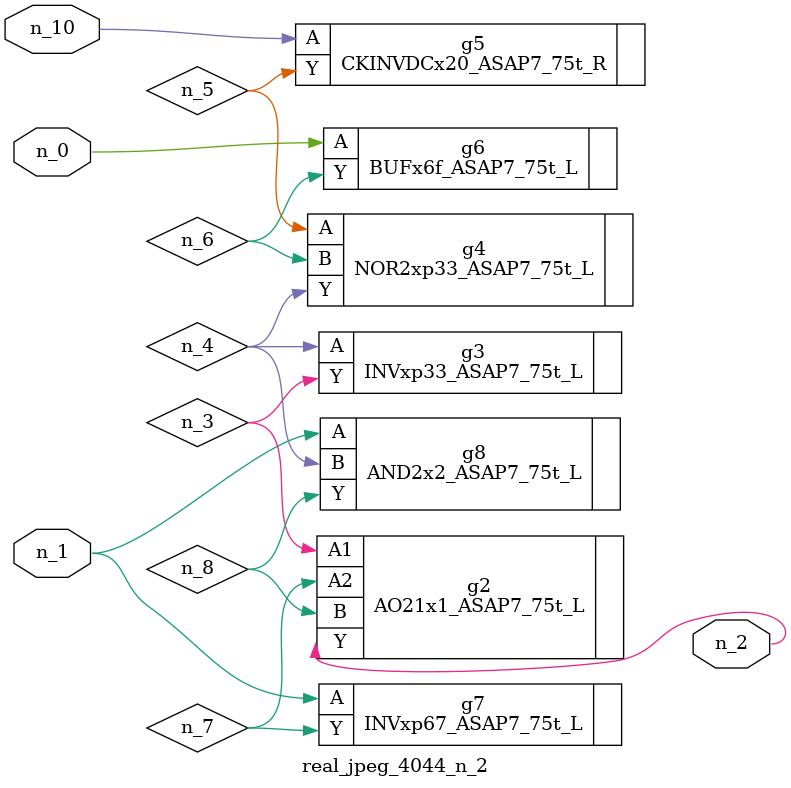
<source format=v>
module real_jpeg_4044_n_2 (n_1, n_10, n_0, n_2);

input n_1;
input n_10;
input n_0;

output n_2;

wire n_5;
wire n_4;
wire n_8;
wire n_6;
wire n_7;
wire n_3;

BUFx6f_ASAP7_75t_L g6 ( 
.A(n_0),
.Y(n_6)
);

INVxp67_ASAP7_75t_L g7 ( 
.A(n_1),
.Y(n_7)
);

AND2x2_ASAP7_75t_L g8 ( 
.A(n_1),
.B(n_4),
.Y(n_8)
);

AO21x1_ASAP7_75t_L g2 ( 
.A1(n_3),
.A2(n_7),
.B(n_8),
.Y(n_2)
);

INVxp33_ASAP7_75t_L g3 ( 
.A(n_4),
.Y(n_3)
);

NOR2xp33_ASAP7_75t_L g4 ( 
.A(n_5),
.B(n_6),
.Y(n_4)
);

CKINVDCx20_ASAP7_75t_R g5 ( 
.A(n_10),
.Y(n_5)
);


endmodule
</source>
